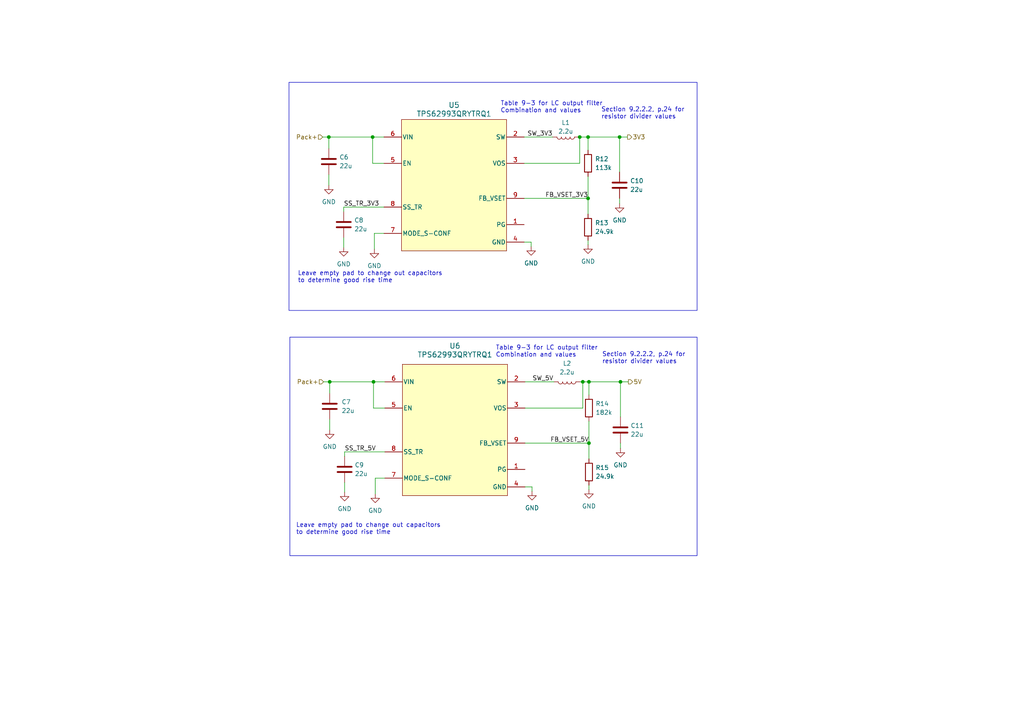
<source format=kicad_sch>
(kicad_sch (version 20230121) (generator eeschema)
  (paper "A4")
  (lib_symbols
    (symbol "Device:C" (pin_numbers hide) (pin_names (offset 0.254))
      (property "Reference" "C" (at 0.635 2.54 0))
      (property "Value" "C" (at 0.635 -2.54 0))
      (symbol "C_0_1"
        (polyline (pts (xy -2.032 -0.762) (xy 2.032 -0.762)) (stroke (width 0.508)))
        (polyline (pts (xy -2.032 0.762) (xy 2.032 0.762)) (stroke (width 0.508)))
      )
      (symbol "C_1_1"
        (pin passive line (at 0 3.81 270) (length 2.794) (name "~") (number "1"))
        (pin passive line (at 0 -3.81 90) (length 2.794) (name "~") (number "2"))
      )
    )
    (symbol "Device:L" (pin_numbers hide) (pin_names (offset 1.016) hide)
      (property "Reference" "L" (at -1.27 0 90))
      (property "Value" "L" (at 1.905 0 90))
      (symbol "L_0_1"
        (arc (start 0 -2.54) (mid 0.6323 -1.905) (end 0 -1.27))
        (arc (start 0 -1.27) (mid 0.6323 -0.635) (end 0 0))
        (arc (start 0 0) (mid 0.6323 0.635) (end 0 1.27))
        (arc (start 0 1.27) (mid 0.6323 1.905) (end 0 2.54))
      )
      (symbol "L_1_1"
        (pin passive line (at 0 3.81 270) (length 1.27) (name "1") (number "1"))
        (pin passive line (at 0 -3.81 90) (length 1.27) (name "2") (number "2"))
      )
    )
    (symbol "Device:R" (pin_numbers hide) (pin_names (offset 0))
      (property "Reference" "R" (at 2.032 0 90))
      (property "Value" "R" (at 0 0 90))
      (symbol "R_0_1"
        (rectangle (start -1.016 -2.54) (end 1.016 2.54) (stroke (width 0.254)))
      )
      (symbol "R_1_1"
        (pin passive line (at 0 3.81 270) (length 1.27) (name "~") (number "1"))
        (pin passive line (at 0 -3.81 90) (length 1.27) (name "~") (number "2"))
      )
    )
    (symbol "SmallSat-Peripherals-Board:TPS62993QRYTRQ1" (pin_names (offset 0.254))
      (property "Reference" "U" (at 0 2.54 0))
      (property "Value" "TPS62993QRYTRQ1" (at 0 0 0))
      (symbol "TPS62993QRYTRQ1_0_1"
        (pin open_collector line (at 40.64 -25.4 180) (length 5.08) (name "PG") (number "1"))
        (pin unspecified line (at 40.64 0 180) (length 5.08) (name "SW") (number "2"))
        (pin unspecified line (at 40.64 -7.62 180) (length 5.08) (name "VOS") (number "3"))
        (pin power_in line (at 40.64 -30.48 180) (length 5.08) (name "GND") (number "4"))
        (pin input line (at 0 -7.62 0) (length 5.08) (name "EN") (number "5"))
        (pin power_in line (at 0 0 0) (length 5.08) (name "VIN") (number "6"))
        (pin input line (at 0 -27.94 0) (length 5.08) (name "MODE_S-CONF") (number "7"))
        (pin unspecified line (at 0 -20.32 0) (length 5.08) (name "SS_TR") (number "8"))
        (pin unspecified line (at 40.64 -17.78 180) (length 5.08) (name "FB_VSET") (number "9"))
      )
      (symbol "TPS62993QRYTRQ1_1_1"
        (rectangle (start 5.08 5.08) (end 35.56 -33.02) (fill (type background)))
      )
    )
    (symbol "power:GND" (power) (pin_names (offset 0))
      (property "Value" "GND" (at 0 -3.81 0))
      (symbol "GND_0_1"
        (polyline (pts (xy 0 0) (xy 0 -1.27) (xy 1.27 -1.27) (xy 0 -2.54) (xy -1.27 -1.27) (xy 0 -1.27)))
      )
      (symbol "GND_1_1"
        (pin power_in line (at 0 0 270) (length 0) hide (name "GND") (number "1"))
      )
    )
  )
  (junction (at 95.377 39.751))
  (junction (at 108.331 110.744))
  (junction (at 95.631 110.744))
  (junction (at 179.705 39.751))
  (junction (at 168.148 39.751))
  (junction (at 170.815 110.744))
  (junction (at 108.077 39.751))
  (junction (at 169.037 110.744))
  (junction (at 179.959 110.744))
  (junction (at 170.815 128.524))
  (junction (at 170.561 39.751))
  (junction (at 170.561 57.531))
  (wire (pts (xy 170.561 51.181) (xy 170.561 57.531)))
  (wire (pts (xy 152.019 47.371) (xy 168.148 47.371)))
  (wire (pts (xy 99.695 60.071) (xy 99.695 61.341)))
  (wire (pts (xy 152.019 70.231) (xy 154.051 70.231)))
  (wire (pts (xy 179.705 39.751) (xy 179.705 49.911)))
  (wire (pts (xy 170.815 140.716) (xy 170.815 141.986)))
  (wire (pts (xy 179.705 57.531) (xy 179.705 59.055)))
  (wire (pts (xy 111.633 131.064) (xy 99.949 131.064)))
  (wire (pts (xy 152.273 110.744) (xy 160.655 110.744)))
  (wire (pts (xy 170.815 122.174) (xy 170.815 128.524)))
  (wire (pts (xy 111.633 110.744) (xy 108.331 110.744)))
  (wire (pts (xy 154.305 141.224) (xy 154.305 142.494)))
  (wire (pts (xy 170.561 39.751) (xy 179.705 39.751)))
  (wire (pts (xy 152.273 141.224) (xy 154.305 141.224)))
  (wire (pts (xy 108.331 110.744) (xy 95.631 110.744)))
  (wire (pts (xy 152.019 57.531) (xy 170.561 57.531)))
  (wire (pts (xy 169.037 118.364) (xy 152.273 118.364)))
  (wire (pts (xy 95.631 110.744) (xy 93.853 110.744)))
  (wire (pts (xy 99.949 139.954) (xy 99.949 142.748)))
  (wire (pts (xy 170.561 57.531) (xy 170.561 62.103)))
  (wire (pts (xy 168.275 110.744) (xy 169.037 110.744)))
  (wire (pts (xy 111.379 39.751) (xy 108.077 39.751)))
  (wire (pts (xy 95.631 121.666) (xy 95.631 124.714)))
  (wire (pts (xy 108.077 47.371) (xy 108.077 39.751)))
  (wire (pts (xy 111.633 118.364) (xy 108.331 118.364)))
  (wire (pts (xy 108.839 138.684) (xy 108.839 143.256)))
  (wire (pts (xy 179.959 110.744) (xy 179.959 120.904)))
  (wire (pts (xy 170.815 110.744) (xy 170.815 114.554)))
  (wire (pts (xy 152.019 39.751) (xy 160.274 39.751)))
  (wire (pts (xy 99.695 68.961) (xy 99.695 71.755)))
  (wire (pts (xy 95.377 50.673) (xy 95.377 53.721)))
  (wire (pts (xy 170.815 128.524) (xy 170.815 133.096)))
  (wire (pts (xy 111.633 138.684) (xy 108.839 138.684)))
  (wire (pts (xy 154.051 70.231) (xy 154.051 71.501)))
  (wire (pts (xy 95.377 39.751) (xy 93.599 39.751)))
  (wire (pts (xy 111.379 60.071) (xy 99.695 60.071)))
  (wire (pts (xy 169.037 110.744) (xy 170.815 110.744)))
  (wire (pts (xy 168.148 47.371) (xy 168.148 39.751)))
  (wire (pts (xy 179.959 110.744) (xy 182.245 110.744)))
  (wire (pts (xy 179.959 128.524) (xy 179.959 130.048)))
  (wire (pts (xy 99.949 131.064) (xy 99.949 132.334)))
  (wire (pts (xy 179.705 39.751) (xy 181.991 39.751)))
  (wire (pts (xy 169.037 110.744) (xy 169.037 118.364)))
  (wire (pts (xy 168.148 39.751) (xy 170.561 39.751)))
  (wire (pts (xy 108.585 67.691) (xy 108.585 72.263)))
  (wire (pts (xy 170.815 110.744) (xy 179.959 110.744)))
  (wire (pts (xy 108.331 118.364) (xy 108.331 110.744)))
  (wire (pts (xy 152.273 128.524) (xy 170.815 128.524)))
  (wire (pts (xy 111.379 67.691) (xy 108.585 67.691)))
  (wire (pts (xy 95.631 110.744) (xy 95.631 114.046)))
  (wire (pts (xy 111.379 47.371) (xy 108.077 47.371)))
  (wire (pts (xy 167.894 39.751) (xy 168.148 39.751)))
  (wire (pts (xy 95.377 39.751) (xy 95.377 43.053)))
  (wire (pts (xy 170.561 69.723) (xy 170.561 70.993)))
  (wire (pts (xy 108.077 39.751) (xy 95.377 39.751)))
  (wire (pts (xy 170.561 39.751) (xy 170.561 43.561)))
  (rectangle (start 83.82 23.876) (end 202.184 90.043))
  (rectangle (start 84.074 97.79) (end 202.184 161.163))
  (text "Leave empty pad to change out capacitors\nto determine good rise time" (at 85.852 155.194 0) (effects (font (size 1.27 1.27)) (justify left bottom)))
  (text "Section 9.2.2.2, p.24 for \nresistor divider values\n" (at 174.625 105.664 0) (effects (font (size 1.27 1.27)) (justify left bottom)))
  (text "Table 9-3 for LC output filter\nCombination and values" (at 145.161 32.893 0) (effects (font (size 1.27 1.27)) (justify left bottom)))
  (text "Leave empty pad to change out capacitors\nto determine good rise time" (at 86.36 82.169 0) (effects (font (size 1.27 1.27)) (justify left bottom)))
  (text "Table 9-3 for LC output filter\nCombination and values" (at 143.764 103.759 0) (effects (font (size 1.27 1.27)) (justify left bottom)))
  (text "Section 9.2.2.2, p.24 for \nresistor divider values\n" (at 174.371 34.671 0) (effects (font (size 1.27 1.27)) (justify left bottom)))
  (label "SS_TR_5V" (at 99.949 131.064 0))
  (label "SS_TR_3V3" (at 99.695 60.071 0))
  (label "SW_5V" (at 160.528 110.744 180))
  (label "FB_VSET_5V" (at 170.815 128.524 180))
  (label "SW_3V3" (at 160.274 39.751 180))
  (label "FB_VSET_3V3" (at 170.561 57.531 180))
  (hierarchical_label "Pack+" (shape input) (at 93.599 39.751 180))
  (hierarchical_label "5V" (shape output) (at 182.245 110.744 0))
  (hierarchical_label "Pack+" (shape input) (at 93.853 110.744 180))
  (hierarchical_label "3V3" (shape output) (at 181.991 39.751 0))
  (symbol (lib_id "SmallSat-Peripherals-Board:TPS62993QRYTRQ1") (at 111.633 110.744 0) (unit 1)
    (property "Reference" "U6" (at 131.953 100.33 0) (effects (font (size 1.524 1.524))))
    (property "Value" "TPS62993QRYTRQ1" (at 131.953 102.87 0) (effects (font (size 1.524 1.524))))
    (property "Footprint" "PowerBoardLibrary:RYT0009A-MFG" (effects hide))
    (property "Datasheet" "https://www.ti.com/lit/ds/symlink/tps62993-q1.pdf?ts=1708291518499&ref_url=https%253A%252F%252Fwww.ti.com%252Fproduct%252FTPS62993-Q1" (effects hide))
  )
  (symbol (lib_id "power:GND") (at 108.839 143.256 0) (unit 1)
    (property "Reference" "#PWR025" (effects hide))
    (property "Value" "GND" (at 108.839 148.082 0))
  )
  (symbol (lib_id "SmallSat-Peripherals-Board:TPS62993QRYTRQ1") (at 111.379 39.751 0) (unit 1)
    (property "Reference" "U5" (at 131.699 30.48 0) (effects (font (size 1.524 1.524))))
    (property "Value" "TPS62993QRYTRQ1" (at 131.699 33.02 0) (effects (font (size 1.524 1.524))))
    (property "Footprint" "PowerBoardLibrary:RYT0009A-MFG" (effects hide))
    (property "Datasheet" "https://www.ti.com/lit/ds/symlink/tps62993-q1.pdf?ts=1708291518499&ref_url=https%253A%252F%252Fwww.ti.com%252Fproduct%252FTPS62993-Q1" (effects hide))
  )
  (symbol (lib_id "power:GND") (at 170.561 70.993 0) (unit 1)
    (property "Reference" "#PWR028" (effects hide))
    (property "Value" "GND" (at 170.561 75.819 0))
  )
  (symbol (lib_id "Device:R") (at 170.561 47.371 0) (unit 1)
    (property "Reference" "R12" (at 172.593 46.1009 0) (effects (justify left)))
    (property "Value" "113k" (at 172.593 48.6409 0) (effects (justify left)))
    (property "Footprint" "Resistor_SMD:R_0402_1005Metric" (effects hide))
  )
  (symbol (lib_id "Device:C") (at 99.695 65.151 0) (unit 1)
    (property "Reference" "C8" (at 102.743 63.8809 0) (effects (justify left)))
    (property "Value" "22u" (at 102.743 66.4209 0) (effects (justify left)))
    (property "Footprint" "Capacitor_SMD:C_0402_1005Metric" (effects hide))
  )
  (symbol (lib_id "power:GND") (at 154.305 142.494 0) (unit 1)
    (property "Reference" "#PWR027" (effects hide))
    (property "Value" "GND" (at 154.305 147.32 0))
  )
  (symbol (lib_id "power:GND") (at 99.949 142.748 0) (unit 1)
    (property "Reference" "#PWR023" (effects hide))
    (property "Value" "GND" (at 99.949 147.574 0))
  )
  (symbol (lib_id "Device:C") (at 95.377 46.863 0) (unit 1)
    (property "Reference" "C6" (at 98.425 45.5929 0) (effects (justify left)))
    (property "Value" "22u" (at 98.425 48.1329 0) (effects (justify left)))
    (property "Footprint" "Capacitor_SMD:C_0402_1005Metric" (effects hide))
  )
  (symbol (lib_id "Device:R") (at 170.815 118.364 0) (unit 1)
    (property "Reference" "R14" (at 172.72 117.094 0) (effects (justify left)))
    (property "Value" "182k" (at 172.72 119.634 0) (effects (justify left)))
    (property "Footprint" "Resistor_SMD:R_0402_1005Metric" (effects hide))
  )
  (symbol (lib_id "Device:R") (at 170.561 65.913 0) (unit 1)
    (property "Reference" "R13" (at 172.593 64.6429 0) (effects (justify left)))
    (property "Value" "24.9k" (at 172.593 67.1829 0) (effects (justify left)))
    (property "Footprint" "Resistor_SMD:R_0402_1005Metric" (effects hide))
  )
  (symbol (lib_id "power:GND") (at 170.815 141.986 0) (unit 1)
    (property "Reference" "#PWR029" (effects hide))
    (property "Value" "GND" (at 170.815 146.812 0))
  )
  (symbol (lib_id "power:GND") (at 108.585 72.263 0) (unit 1)
    (property "Reference" "#PWR024" (effects hide))
    (property "Value" "GND" (at 108.585 77.089 0))
  )
  (symbol (lib_id "Device:L") (at 164.465 110.744 270) (unit 1)
    (property "Reference" "L2" (at 164.465 105.41 90))
    (property "Value" "2.2u" (at 164.465 107.95 90))
    (property "Footprint" "Inductor_SMD:L_1210_3225Metric" (effects hide))
  )
  (symbol (lib_id "Device:C") (at 95.631 117.856 0) (unit 1)
    (property "Reference" "C7" (at 99.06 116.586 0) (effects (justify left)))
    (property "Value" "22u" (at 99.06 119.126 0) (effects (justify left)))
    (property "Footprint" "Capacitor_SMD:C_0402_1005Metric" (effects hide))
  )
  (symbol (lib_id "Device:C") (at 179.705 53.721 0) (unit 1)
    (property "Reference" "C10" (at 182.753 52.4509 0) (effects (justify left)))
    (property "Value" "22u" (at 182.753 54.9909 0) (effects (justify left)))
    (property "Footprint" "Capacitor_SMD:C_0402_1005Metric" (effects hide))
  )
  (symbol (lib_id "Device:C") (at 179.959 124.714 0) (unit 1)
    (property "Reference" "C11" (at 182.88 123.444 0) (effects (justify left)))
    (property "Value" "22u" (at 182.88 125.984 0) (effects (justify left)))
    (property "Footprint" "Capacitor_SMD:C_0402_1005Metric" (effects hide))
  )
  (symbol (lib_id "power:GND") (at 99.695 71.755 0) (unit 1)
    (property "Reference" "#PWR022" (effects hide))
    (property "Value" "GND" (at 99.695 76.581 0))
  )
  (symbol (lib_id "power:GND") (at 154.051 71.501 0) (unit 1)
    (property "Reference" "#PWR026" (effects hide))
    (property "Value" "GND" (at 154.051 76.327 0))
  )
  (symbol (lib_id "power:GND") (at 95.377 53.721 0) (unit 1)
    (property "Reference" "#PWR020" (effects hide))
    (property "Value" "GND" (at 95.377 58.547 0))
  )
  (symbol (lib_id "power:GND") (at 95.631 124.714 0) (unit 1)
    (property "Reference" "#PWR021" (effects hide))
    (property "Value" "GND" (at 95.631 129.54 0))
  )
  (symbol (lib_id "power:GND") (at 179.959 130.048 0) (unit 1)
    (property "Reference" "#PWR031" (effects hide))
    (property "Value" "GND" (at 179.959 134.874 0))
  )
  (symbol (lib_id "Device:R") (at 170.815 136.906 0) (unit 1)
    (property "Reference" "R15" (at 172.72 135.636 0) (effects (justify left)))
    (property "Value" "24.9k" (at 172.72 138.176 0) (effects (justify left)))
    (property "Footprint" "Resistor_SMD:R_0402_1005Metric" (effects hide))
  )
  (symbol (lib_id "Device:C") (at 99.949 136.144 0) (unit 1)
    (property "Reference" "C9" (at 102.87 134.874 0) (effects (justify left)))
    (property "Value" "22u" (at 102.87 137.414 0) (effects (justify left)))
    (property "Footprint" "Capacitor_SMD:C_0402_1005Metric" (effects hide))
  )
  (symbol (lib_id "power:GND") (at 179.705 59.055 0) (unit 1)
    (property "Reference" "#PWR030" (effects hide))
    (property "Value" "GND" (at 179.705 63.881 0))
  )
  (symbol (lib_id "Device:L") (at 164.084 39.751 270) (unit 1)
    (property "Reference" "L1" (at 164.084 35.56 90))
    (property "Value" "2.2u" (at 164.084 38.1 90))
    (property "Footprint" "Inductor_SMD:L_1210_3225Metric" (effects hide))
  )
)
</source>
